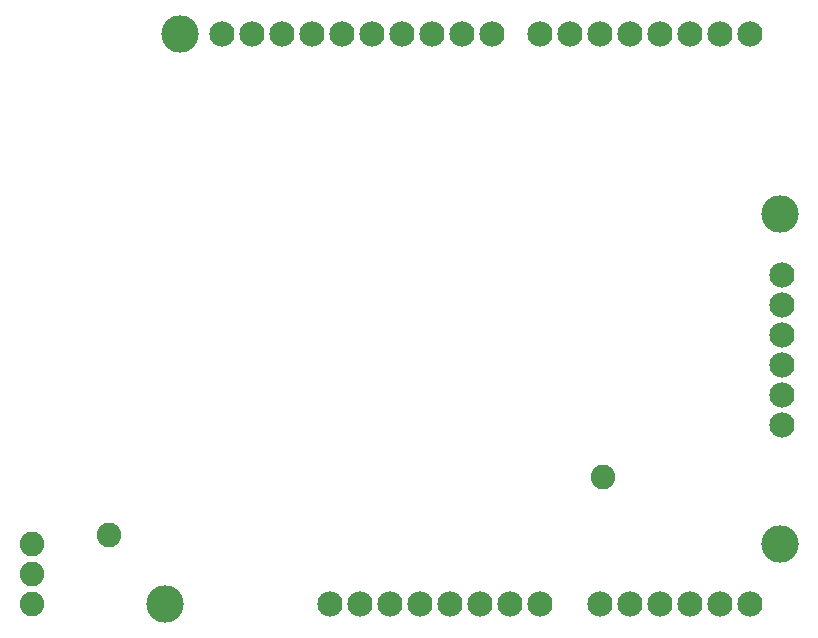
<source format=gbr>
%TF.GenerationSoftware,KiCad,Pcbnew,9.0.6*%
%TF.CreationDate,2025-12-24T16:29:09-05:00*%
%TF.ProjectId,BrainFuino,42726169-6e46-4756-996e-6f2e6b696361,rev?*%
%TF.SameCoordinates,Original*%
%TF.FileFunction,Soldermask,Bot*%
%TF.FilePolarity,Negative*%
%FSLAX46Y46*%
G04 Gerber Fmt 4.6, Leading zero omitted, Abs format (unit mm)*
G04 Created by KiCad (PCBNEW 9.0.6) date 2025-12-24 16:29:09*
%MOMM*%
%LPD*%
G01*
G04 APERTURE LIST*
%ADD10C,2.082800*%
%ADD11C,3.175000*%
%ADD12C,2.133600*%
G04 APERTURE END LIST*
D10*
%TO.C,J2*%
X116751100Y-129133600D03*
X116751100Y-126593600D03*
X116751100Y-124053600D03*
%TD*%
%TO.C,NRST0*%
X123329700Y-123317000D03*
%TD*%
D11*
%TO.C,B1*%
X128041093Y-129133600D03*
X129311093Y-80873600D03*
X180111093Y-96113600D03*
X180111093Y-124053600D03*
D12*
X149631093Y-129133600D03*
X152171093Y-129133600D03*
X169951093Y-129133600D03*
X164871093Y-129133600D03*
X137947093Y-80873600D03*
X154711093Y-129133600D03*
X157251093Y-129133600D03*
X140487093Y-80873600D03*
X180251099Y-113943612D03*
X155727093Y-80873600D03*
X153187093Y-80873600D03*
X150647093Y-80873600D03*
X148107093Y-80873600D03*
X145567093Y-80873600D03*
X143027093Y-80873600D03*
X135407093Y-80873600D03*
X132867093Y-80873600D03*
X172491093Y-129133600D03*
X175031093Y-129133600D03*
X144551093Y-129133600D03*
X142011093Y-129133600D03*
X167411093Y-129133600D03*
X177571093Y-80873600D03*
X175031093Y-80873600D03*
X172491093Y-80873600D03*
X169951093Y-80873600D03*
X167411093Y-80873600D03*
X164871093Y-80873600D03*
X162331093Y-80873600D03*
X159791093Y-80873600D03*
X177571093Y-129133600D03*
X147091093Y-129133600D03*
X180251099Y-103783613D03*
X180251099Y-108863612D03*
X180251099Y-111403612D03*
X180251099Y-106323612D03*
X180251099Y-101243613D03*
X159791093Y-129133600D03*
%TD*%
D10*
%TO.C,PL3C0*%
X165138100Y-118389400D03*
%TD*%
M02*

</source>
